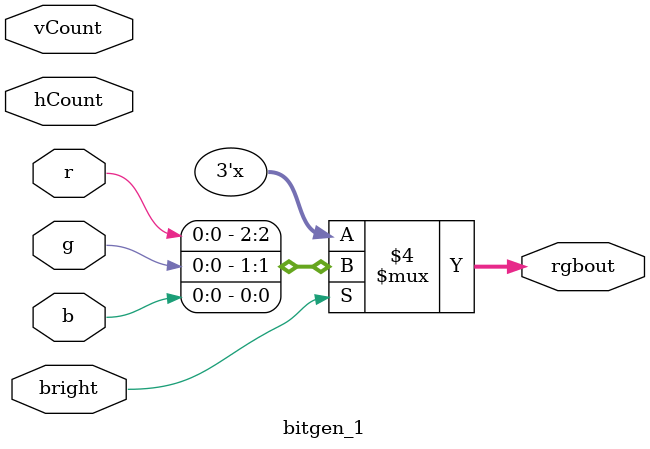
<source format=v>
module bitgen_1(
    input bright,               // asserted if the pixel is in the bright region
    input [9:0] hCount, vCount, // the horizontal and vertical counts
    input r, g, b,             // each of the 3 inputs from the switches
    output reg [2:0] rgbout     // the RGB value of the (hCount,vCount) pixel
);

    always @(*) begin
        // Assign rgbout based on the inputs r, g, b if it is bright. I guess this really doesnt do much here
		  if(bright == 1) begin
				rgbout = {r, g, b}; // rgbout = {r, g, b} creates a 3-bit output
		  end
		  
    end

endmodule

</source>
